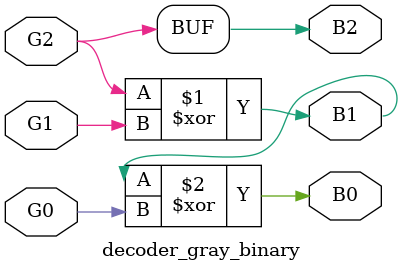
<source format=v>
module decoder_gray_binary(
    input wire G2, G1, G0,
    output wire B2, B1, B0
);

    assign B2 = G2;
    assign B1 = G2 ^ G1;
    assign B0 = B1 ^ G0;

endmodule
</source>
